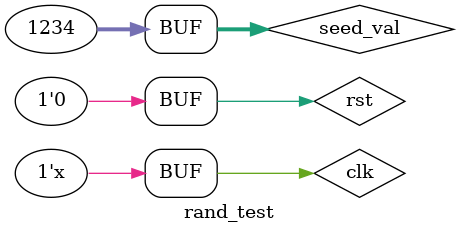
<source format=v>

module rand_test ();

reg clk, rst, reseed;

wire [15:0] out;
reg [31:0] seed_val;

c_rand c (.clk(clk),.rst(rst),.reseed(reseed),.seed_val(seed_val),.out(out));

initial begin 
	rst = 0;
	clk = 0;
	seed_val = 32'd1234;
	#10 rst = 1;
	#10 rst = 0;
	#10 reseed = 1;
end

always @(negedge clk) begin
  reseed = 0;
  $display ("%x",out);
end

always begin
	#1000 clk = ~clk;	
end

endmodule

</source>
